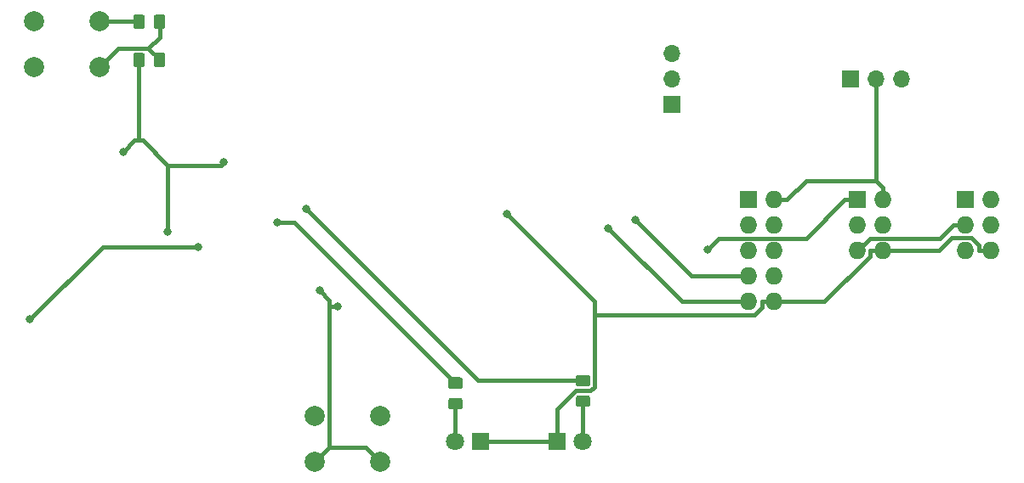
<source format=gbr>
%TF.GenerationSoftware,KiCad,Pcbnew,5.1.5-1.fc31*%
%TF.CreationDate,2020-04-02T16:35:23+02:00*%
%TF.ProjectId,avrisp-mkII-clone,61767269-7370-42d6-9d6b-49492d636c6f,1.0*%
%TF.SameCoordinates,PX54c81a0PY82ce540*%
%TF.FileFunction,Copper,L2,Bot*%
%TF.FilePolarity,Positive*%
%FSLAX46Y46*%
G04 Gerber Fmt 4.6, Leading zero omitted, Abs format (unit mm)*
G04 Created by KiCad (PCBNEW 5.1.5-1.fc31) date 2020-04-02 16:35:23*
%MOMM*%
%LPD*%
G04 APERTURE LIST*
%TA.AperFunction,SMDPad,CuDef*%
%ADD10C,0.150000*%
%TD*%
%TA.AperFunction,ComponentPad*%
%ADD11C,2.000000*%
%TD*%
%TA.AperFunction,ComponentPad*%
%ADD12O,1.727200X1.727200*%
%TD*%
%TA.AperFunction,ComponentPad*%
%ADD13R,1.727200X1.727200*%
%TD*%
%TA.AperFunction,ComponentPad*%
%ADD14R,1.800000X1.800000*%
%TD*%
%TA.AperFunction,ComponentPad*%
%ADD15C,1.800000*%
%TD*%
%TA.AperFunction,ComponentPad*%
%ADD16R,1.700000X1.700000*%
%TD*%
%TA.AperFunction,ComponentPad*%
%ADD17O,1.700000X1.700000*%
%TD*%
%TA.AperFunction,ViaPad*%
%ADD18C,0.800000*%
%TD*%
%TA.AperFunction,Conductor*%
%ADD19C,0.400000*%
%TD*%
G04 APERTURE END LIST*
%TA.AperFunction,SMDPad,CuDef*%
D10*
%TO.P,C1,2*%
%TO.N,Net-(C1-Pad2)*%
G36*
X21694505Y48958796D02*
G01*
X21718773Y48955196D01*
X21742572Y48949235D01*
X21765671Y48940970D01*
X21787850Y48930480D01*
X21808893Y48917868D01*
X21828599Y48903253D01*
X21846777Y48886777D01*
X21863253Y48868599D01*
X21877868Y48848893D01*
X21890480Y48827850D01*
X21900970Y48805671D01*
X21909235Y48782572D01*
X21915196Y48758773D01*
X21918796Y48734505D01*
X21920000Y48710001D01*
X21920000Y47809999D01*
X21918796Y47785495D01*
X21915196Y47761227D01*
X21909235Y47737428D01*
X21900970Y47714329D01*
X21890480Y47692150D01*
X21877868Y47671107D01*
X21863253Y47651401D01*
X21846777Y47633223D01*
X21828599Y47616747D01*
X21808893Y47602132D01*
X21787850Y47589520D01*
X21765671Y47579030D01*
X21742572Y47570765D01*
X21718773Y47564804D01*
X21694505Y47561204D01*
X21670001Y47560000D01*
X21019999Y47560000D01*
X20995495Y47561204D01*
X20971227Y47564804D01*
X20947428Y47570765D01*
X20924329Y47579030D01*
X20902150Y47589520D01*
X20881107Y47602132D01*
X20861401Y47616747D01*
X20843223Y47633223D01*
X20826747Y47651401D01*
X20812132Y47671107D01*
X20799520Y47692150D01*
X20789030Y47714329D01*
X20780765Y47737428D01*
X20774804Y47761227D01*
X20771204Y47785495D01*
X20770000Y47809999D01*
X20770000Y48710001D01*
X20771204Y48734505D01*
X20774804Y48758773D01*
X20780765Y48782572D01*
X20789030Y48805671D01*
X20799520Y48827850D01*
X20812132Y48848893D01*
X20826747Y48868599D01*
X20843223Y48886777D01*
X20861401Y48903253D01*
X20881107Y48917868D01*
X20902150Y48930480D01*
X20924329Y48940970D01*
X20947428Y48949235D01*
X20971227Y48955196D01*
X20995495Y48958796D01*
X21019999Y48960000D01*
X21670001Y48960000D01*
X21694505Y48958796D01*
G37*
%TD.AperFunction*%
%TA.AperFunction,SMDPad,CuDef*%
%TO.P,C1,1*%
%TO.N,GND*%
G36*
X19644505Y48958796D02*
G01*
X19668773Y48955196D01*
X19692572Y48949235D01*
X19715671Y48940970D01*
X19737850Y48930480D01*
X19758893Y48917868D01*
X19778599Y48903253D01*
X19796777Y48886777D01*
X19813253Y48868599D01*
X19827868Y48848893D01*
X19840480Y48827850D01*
X19850970Y48805671D01*
X19859235Y48782572D01*
X19865196Y48758773D01*
X19868796Y48734505D01*
X19870000Y48710001D01*
X19870000Y47809999D01*
X19868796Y47785495D01*
X19865196Y47761227D01*
X19859235Y47737428D01*
X19850970Y47714329D01*
X19840480Y47692150D01*
X19827868Y47671107D01*
X19813253Y47651401D01*
X19796777Y47633223D01*
X19778599Y47616747D01*
X19758893Y47602132D01*
X19737850Y47589520D01*
X19715671Y47579030D01*
X19692572Y47570765D01*
X19668773Y47564804D01*
X19644505Y47561204D01*
X19620001Y47560000D01*
X18969999Y47560000D01*
X18945495Y47561204D01*
X18921227Y47564804D01*
X18897428Y47570765D01*
X18874329Y47579030D01*
X18852150Y47589520D01*
X18831107Y47602132D01*
X18811401Y47616747D01*
X18793223Y47633223D01*
X18776747Y47651401D01*
X18762132Y47671107D01*
X18749520Y47692150D01*
X18739030Y47714329D01*
X18730765Y47737428D01*
X18724804Y47761227D01*
X18721204Y47785495D01*
X18720000Y47809999D01*
X18720000Y48710001D01*
X18721204Y48734505D01*
X18724804Y48758773D01*
X18730765Y48782572D01*
X18739030Y48805671D01*
X18749520Y48827850D01*
X18762132Y48848893D01*
X18776747Y48868599D01*
X18793223Y48886777D01*
X18811401Y48903253D01*
X18831107Y48917868D01*
X18852150Y48930480D01*
X18874329Y48940970D01*
X18897428Y48949235D01*
X18921227Y48955196D01*
X18945495Y48958796D01*
X18969999Y48960000D01*
X19620001Y48960000D01*
X19644505Y48958796D01*
G37*
%TD.AperFunction*%
%TD*%
%TA.AperFunction,SMDPad,CuDef*%
%TO.P,R1,1*%
%TO.N,+5V*%
G36*
X19644505Y45148796D02*
G01*
X19668773Y45145196D01*
X19692572Y45139235D01*
X19715671Y45130970D01*
X19737850Y45120480D01*
X19758893Y45107868D01*
X19778599Y45093253D01*
X19796777Y45076777D01*
X19813253Y45058599D01*
X19827868Y45038893D01*
X19840480Y45017850D01*
X19850970Y44995671D01*
X19859235Y44972572D01*
X19865196Y44948773D01*
X19868796Y44924505D01*
X19870000Y44900001D01*
X19870000Y43999999D01*
X19868796Y43975495D01*
X19865196Y43951227D01*
X19859235Y43927428D01*
X19850970Y43904329D01*
X19840480Y43882150D01*
X19827868Y43861107D01*
X19813253Y43841401D01*
X19796777Y43823223D01*
X19778599Y43806747D01*
X19758893Y43792132D01*
X19737850Y43779520D01*
X19715671Y43769030D01*
X19692572Y43760765D01*
X19668773Y43754804D01*
X19644505Y43751204D01*
X19620001Y43750000D01*
X18969999Y43750000D01*
X18945495Y43751204D01*
X18921227Y43754804D01*
X18897428Y43760765D01*
X18874329Y43769030D01*
X18852150Y43779520D01*
X18831107Y43792132D01*
X18811401Y43806747D01*
X18793223Y43823223D01*
X18776747Y43841401D01*
X18762132Y43861107D01*
X18749520Y43882150D01*
X18739030Y43904329D01*
X18730765Y43927428D01*
X18724804Y43951227D01*
X18721204Y43975495D01*
X18720000Y43999999D01*
X18720000Y44900001D01*
X18721204Y44924505D01*
X18724804Y44948773D01*
X18730765Y44972572D01*
X18739030Y44995671D01*
X18749520Y45017850D01*
X18762132Y45038893D01*
X18776747Y45058599D01*
X18793223Y45076777D01*
X18811401Y45093253D01*
X18831107Y45107868D01*
X18852150Y45120480D01*
X18874329Y45130970D01*
X18897428Y45139235D01*
X18921227Y45145196D01*
X18945495Y45148796D01*
X18969999Y45150000D01*
X19620001Y45150000D01*
X19644505Y45148796D01*
G37*
%TD.AperFunction*%
%TA.AperFunction,SMDPad,CuDef*%
%TO.P,R1,2*%
%TO.N,Net-(C1-Pad2)*%
G36*
X21694505Y45148796D02*
G01*
X21718773Y45145196D01*
X21742572Y45139235D01*
X21765671Y45130970D01*
X21787850Y45120480D01*
X21808893Y45107868D01*
X21828599Y45093253D01*
X21846777Y45076777D01*
X21863253Y45058599D01*
X21877868Y45038893D01*
X21890480Y45017850D01*
X21900970Y44995671D01*
X21909235Y44972572D01*
X21915196Y44948773D01*
X21918796Y44924505D01*
X21920000Y44900001D01*
X21920000Y43999999D01*
X21918796Y43975495D01*
X21915196Y43951227D01*
X21909235Y43927428D01*
X21900970Y43904329D01*
X21890480Y43882150D01*
X21877868Y43861107D01*
X21863253Y43841401D01*
X21846777Y43823223D01*
X21828599Y43806747D01*
X21808893Y43792132D01*
X21787850Y43779520D01*
X21765671Y43769030D01*
X21742572Y43760765D01*
X21718773Y43754804D01*
X21694505Y43751204D01*
X21670001Y43750000D01*
X21019999Y43750000D01*
X20995495Y43751204D01*
X20971227Y43754804D01*
X20947428Y43760765D01*
X20924329Y43769030D01*
X20902150Y43779520D01*
X20881107Y43792132D01*
X20861401Y43806747D01*
X20843223Y43823223D01*
X20826747Y43841401D01*
X20812132Y43861107D01*
X20799520Y43882150D01*
X20789030Y43904329D01*
X20780765Y43927428D01*
X20774804Y43951227D01*
X20771204Y43975495D01*
X20770000Y43999999D01*
X20770000Y44900001D01*
X20771204Y44924505D01*
X20774804Y44948773D01*
X20780765Y44972572D01*
X20789030Y44995671D01*
X20799520Y45017850D01*
X20812132Y45038893D01*
X20826747Y45058599D01*
X20843223Y45076777D01*
X20861401Y45093253D01*
X20881107Y45107868D01*
X20902150Y45120480D01*
X20924329Y45130970D01*
X20947428Y45139235D01*
X20971227Y45145196D01*
X20995495Y45148796D01*
X21019999Y45150000D01*
X21670001Y45150000D01*
X21694505Y45148796D01*
G37*
%TD.AperFunction*%
%TD*%
D11*
%TO.P,SW1,2*%
%TO.N,Net-(C1-Pad2)*%
X8890000Y43760000D03*
%TO.P,SW1,1*%
%TO.N,GND*%
X8890000Y48260000D03*
%TO.P,SW1,2*%
%TO.N,Net-(C1-Pad2)*%
X15390000Y43760000D03*
%TO.P,SW1,1*%
%TO.N,GND*%
X15390000Y48260000D03*
%TD*%
D12*
%TO.P,J3,6*%
%TO.N,GND*%
X104140000Y25400000D03*
%TO.P,J3,5*%
%TO.N,/RESET*%
X101600000Y25400000D03*
%TO.P,J3,4*%
%TO.N,Net-(J3-Pad4)*%
X104140000Y27940000D03*
%TO.P,J3,3*%
%TO.N,/CLK*%
X101600000Y27940000D03*
%TO.P,J3,2*%
%TO.N,VSS*%
X104140000Y30480000D03*
D13*
%TO.P,J3,1*%
%TO.N,/DATA*%
X101600000Y30480000D03*
%TD*%
D12*
%TO.P,J2,6*%
%TO.N,GND*%
X93345000Y25400000D03*
%TO.P,J2,5*%
%TO.N,/CLK*%
X90805000Y25400000D03*
%TO.P,J2,4*%
%TO.N,Net-(J2-Pad4)*%
X93345000Y27940000D03*
%TO.P,J2,3*%
%TO.N,Net-(J2-Pad3)*%
X90805000Y27940000D03*
%TO.P,J2,2*%
%TO.N,VSS*%
X93345000Y30480000D03*
D13*
%TO.P,J2,1*%
%TO.N,/DATA*%
X90805000Y30480000D03*
%TD*%
D14*
%TO.P,D2,1*%
%TO.N,GND*%
X60960000Y6350000D03*
D15*
%TO.P,D2,2*%
%TO.N,Net-(D2-Pad2)*%
X63500000Y6350000D03*
%TD*%
%TO.P,D3,2*%
%TO.N,Net-(D3-Pad2)*%
X50800000Y6350000D03*
D14*
%TO.P,D3,1*%
%TO.N,GND*%
X53340000Y6350000D03*
%TD*%
D16*
%TO.P,JP1,1*%
%TO.N,Net-(C8-Pad1)*%
X72390000Y40005000D03*
D17*
%TO.P,JP1,2*%
%TO.N,Net-(C10-Pad2)*%
X72390000Y42545000D03*
%TO.P,JP1,3*%
%TO.N,Net-(C9-Pad1)*%
X72390000Y45085000D03*
%TD*%
%TO.P,JP2,3*%
%TO.N,Net-(JP2-Pad3)*%
X95250000Y42545000D03*
%TO.P,JP2,2*%
%TO.N,VSS*%
X92710000Y42545000D03*
D16*
%TO.P,JP2,1*%
%TO.N,Net-(C10-Pad2)*%
X90170000Y42545000D03*
%TD*%
%TA.AperFunction,SMDPad,CuDef*%
D10*
%TO.P,R3,2*%
%TO.N,Net-(D2-Pad2)*%
G36*
X63974505Y10978796D02*
G01*
X63998773Y10975196D01*
X64022572Y10969235D01*
X64045671Y10960970D01*
X64067850Y10950480D01*
X64088893Y10937868D01*
X64108599Y10923253D01*
X64126777Y10906777D01*
X64143253Y10888599D01*
X64157868Y10868893D01*
X64170480Y10847850D01*
X64180970Y10825671D01*
X64189235Y10802572D01*
X64195196Y10778773D01*
X64198796Y10754505D01*
X64200000Y10730001D01*
X64200000Y10079999D01*
X64198796Y10055495D01*
X64195196Y10031227D01*
X64189235Y10007428D01*
X64180970Y9984329D01*
X64170480Y9962150D01*
X64157868Y9941107D01*
X64143253Y9921401D01*
X64126777Y9903223D01*
X64108599Y9886747D01*
X64088893Y9872132D01*
X64067850Y9859520D01*
X64045671Y9849030D01*
X64022572Y9840765D01*
X63998773Y9834804D01*
X63974505Y9831204D01*
X63950001Y9830000D01*
X63049999Y9830000D01*
X63025495Y9831204D01*
X63001227Y9834804D01*
X62977428Y9840765D01*
X62954329Y9849030D01*
X62932150Y9859520D01*
X62911107Y9872132D01*
X62891401Y9886747D01*
X62873223Y9903223D01*
X62856747Y9921401D01*
X62842132Y9941107D01*
X62829520Y9962150D01*
X62819030Y9984329D01*
X62810765Y10007428D01*
X62804804Y10031227D01*
X62801204Y10055495D01*
X62800000Y10079999D01*
X62800000Y10730001D01*
X62801204Y10754505D01*
X62804804Y10778773D01*
X62810765Y10802572D01*
X62819030Y10825671D01*
X62829520Y10847850D01*
X62842132Y10868893D01*
X62856747Y10888599D01*
X62873223Y10906777D01*
X62891401Y10923253D01*
X62911107Y10937868D01*
X62932150Y10950480D01*
X62954329Y10960970D01*
X62977428Y10969235D01*
X63001227Y10975196D01*
X63025495Y10978796D01*
X63049999Y10980000D01*
X63950001Y10980000D01*
X63974505Y10978796D01*
G37*
%TD.AperFunction*%
%TA.AperFunction,SMDPad,CuDef*%
%TO.P,R3,1*%
%TO.N,Net-(R3-Pad1)*%
G36*
X63974505Y13028796D02*
G01*
X63998773Y13025196D01*
X64022572Y13019235D01*
X64045671Y13010970D01*
X64067850Y13000480D01*
X64088893Y12987868D01*
X64108599Y12973253D01*
X64126777Y12956777D01*
X64143253Y12938599D01*
X64157868Y12918893D01*
X64170480Y12897850D01*
X64180970Y12875671D01*
X64189235Y12852572D01*
X64195196Y12828773D01*
X64198796Y12804505D01*
X64200000Y12780001D01*
X64200000Y12129999D01*
X64198796Y12105495D01*
X64195196Y12081227D01*
X64189235Y12057428D01*
X64180970Y12034329D01*
X64170480Y12012150D01*
X64157868Y11991107D01*
X64143253Y11971401D01*
X64126777Y11953223D01*
X64108599Y11936747D01*
X64088893Y11922132D01*
X64067850Y11909520D01*
X64045671Y11899030D01*
X64022572Y11890765D01*
X63998773Y11884804D01*
X63974505Y11881204D01*
X63950001Y11880000D01*
X63049999Y11880000D01*
X63025495Y11881204D01*
X63001227Y11884804D01*
X62977428Y11890765D01*
X62954329Y11899030D01*
X62932150Y11909520D01*
X62911107Y11922132D01*
X62891401Y11936747D01*
X62873223Y11953223D01*
X62856747Y11971401D01*
X62842132Y11991107D01*
X62829520Y12012150D01*
X62819030Y12034329D01*
X62810765Y12057428D01*
X62804804Y12081227D01*
X62801204Y12105495D01*
X62800000Y12129999D01*
X62800000Y12780001D01*
X62801204Y12804505D01*
X62804804Y12828773D01*
X62810765Y12852572D01*
X62819030Y12875671D01*
X62829520Y12897850D01*
X62842132Y12918893D01*
X62856747Y12938599D01*
X62873223Y12956777D01*
X62891401Y12973253D01*
X62911107Y12987868D01*
X62932150Y13000480D01*
X62954329Y13010970D01*
X62977428Y13019235D01*
X63001227Y13025196D01*
X63025495Y13028796D01*
X63049999Y13030000D01*
X63950001Y13030000D01*
X63974505Y13028796D01*
G37*
%TD.AperFunction*%
%TD*%
%TA.AperFunction,SMDPad,CuDef*%
%TO.P,R4,1*%
%TO.N,Net-(R4-Pad1)*%
G36*
X51274505Y12783796D02*
G01*
X51298773Y12780196D01*
X51322572Y12774235D01*
X51345671Y12765970D01*
X51367850Y12755480D01*
X51388893Y12742868D01*
X51408599Y12728253D01*
X51426777Y12711777D01*
X51443253Y12693599D01*
X51457868Y12673893D01*
X51470480Y12652850D01*
X51480970Y12630671D01*
X51489235Y12607572D01*
X51495196Y12583773D01*
X51498796Y12559505D01*
X51500000Y12535001D01*
X51500000Y11884999D01*
X51498796Y11860495D01*
X51495196Y11836227D01*
X51489235Y11812428D01*
X51480970Y11789329D01*
X51470480Y11767150D01*
X51457868Y11746107D01*
X51443253Y11726401D01*
X51426777Y11708223D01*
X51408599Y11691747D01*
X51388893Y11677132D01*
X51367850Y11664520D01*
X51345671Y11654030D01*
X51322572Y11645765D01*
X51298773Y11639804D01*
X51274505Y11636204D01*
X51250001Y11635000D01*
X50349999Y11635000D01*
X50325495Y11636204D01*
X50301227Y11639804D01*
X50277428Y11645765D01*
X50254329Y11654030D01*
X50232150Y11664520D01*
X50211107Y11677132D01*
X50191401Y11691747D01*
X50173223Y11708223D01*
X50156747Y11726401D01*
X50142132Y11746107D01*
X50129520Y11767150D01*
X50119030Y11789329D01*
X50110765Y11812428D01*
X50104804Y11836227D01*
X50101204Y11860495D01*
X50100000Y11884999D01*
X50100000Y12535001D01*
X50101204Y12559505D01*
X50104804Y12583773D01*
X50110765Y12607572D01*
X50119030Y12630671D01*
X50129520Y12652850D01*
X50142132Y12673893D01*
X50156747Y12693599D01*
X50173223Y12711777D01*
X50191401Y12728253D01*
X50211107Y12742868D01*
X50232150Y12755480D01*
X50254329Y12765970D01*
X50277428Y12774235D01*
X50301227Y12780196D01*
X50325495Y12783796D01*
X50349999Y12785000D01*
X51250001Y12785000D01*
X51274505Y12783796D01*
G37*
%TD.AperFunction*%
%TA.AperFunction,SMDPad,CuDef*%
%TO.P,R4,2*%
%TO.N,Net-(D3-Pad2)*%
G36*
X51274505Y10733796D02*
G01*
X51298773Y10730196D01*
X51322572Y10724235D01*
X51345671Y10715970D01*
X51367850Y10705480D01*
X51388893Y10692868D01*
X51408599Y10678253D01*
X51426777Y10661777D01*
X51443253Y10643599D01*
X51457868Y10623893D01*
X51470480Y10602850D01*
X51480970Y10580671D01*
X51489235Y10557572D01*
X51495196Y10533773D01*
X51498796Y10509505D01*
X51500000Y10485001D01*
X51500000Y9834999D01*
X51498796Y9810495D01*
X51495196Y9786227D01*
X51489235Y9762428D01*
X51480970Y9739329D01*
X51470480Y9717150D01*
X51457868Y9696107D01*
X51443253Y9676401D01*
X51426777Y9658223D01*
X51408599Y9641747D01*
X51388893Y9627132D01*
X51367850Y9614520D01*
X51345671Y9604030D01*
X51322572Y9595765D01*
X51298773Y9589804D01*
X51274505Y9586204D01*
X51250001Y9585000D01*
X50349999Y9585000D01*
X50325495Y9586204D01*
X50301227Y9589804D01*
X50277428Y9595765D01*
X50254329Y9604030D01*
X50232150Y9614520D01*
X50211107Y9627132D01*
X50191401Y9641747D01*
X50173223Y9658223D01*
X50156747Y9676401D01*
X50142132Y9696107D01*
X50129520Y9717150D01*
X50119030Y9739329D01*
X50110765Y9762428D01*
X50104804Y9786227D01*
X50101204Y9810495D01*
X50100000Y9834999D01*
X50100000Y10485001D01*
X50101204Y10509505D01*
X50104804Y10533773D01*
X50110765Y10557572D01*
X50119030Y10580671D01*
X50129520Y10602850D01*
X50142132Y10623893D01*
X50156747Y10643599D01*
X50173223Y10661777D01*
X50191401Y10678253D01*
X50211107Y10692868D01*
X50232150Y10705480D01*
X50254329Y10715970D01*
X50277428Y10724235D01*
X50301227Y10730196D01*
X50325495Y10733796D01*
X50349999Y10735000D01*
X51250001Y10735000D01*
X51274505Y10733796D01*
G37*
%TD.AperFunction*%
%TD*%
D11*
%TO.P,SW2,1*%
%TO.N,GND*%
X43330000Y8890000D03*
%TO.P,SW2,2*%
%TO.N,Net-(R2-Pad2)*%
X43330000Y4390000D03*
%TO.P,SW2,1*%
%TO.N,GND*%
X36830000Y8890000D03*
%TO.P,SW2,2*%
%TO.N,Net-(R2-Pad2)*%
X36830000Y4390000D03*
%TD*%
D13*
%TO.P,U4,1*%
%TO.N,/MISO*%
X80010000Y30480000D03*
D12*
%TO.P,U4,2*%
%TO.N,VSS*%
X82550000Y30480000D03*
%TO.P,U4,3*%
%TO.N,Net-(U4-Pad3)*%
X80010000Y27940000D03*
%TO.P,U4,4*%
%TO.N,Net-(U4-Pad4)*%
X82550000Y27940000D03*
%TO.P,U4,5*%
%TO.N,/RESET*%
X80010000Y25400000D03*
%TO.P,U4,6*%
%TO.N,Net-(U4-Pad6)*%
X82550000Y25400000D03*
%TO.P,U4,7*%
%TO.N,/SCK*%
X80010000Y22860000D03*
%TO.P,U4,8*%
%TO.N,Net-(U4-Pad8)*%
X82550000Y22860000D03*
%TO.P,U4,9*%
%TO.N,/MOSI*%
X80010000Y20320000D03*
%TO.P,U4,10*%
%TO.N,GND*%
X82550000Y20320000D03*
%TD*%
D18*
%TO.N,GND*%
X55889700Y29082400D03*
%TO.N,+5V*%
X17711700Y35288800D03*
X27728600Y34206500D03*
X22132800Y27295700D03*
%TO.N,Net-(J1-Pad2)*%
X8439500Y18580700D03*
X25188500Y25819500D03*
%TO.N,/DATA*%
X75881400Y25535600D03*
%TO.N,Net-(R2-Pad2)*%
X39072600Y19857900D03*
X37296100Y21440500D03*
%TO.N,Net-(R3-Pad1)*%
X35973800Y29551000D03*
%TO.N,Net-(R4-Pad1)*%
X33078300Y28229600D03*
%TO.N,/MOSI*%
X65975200Y27667200D03*
%TO.N,/SCK*%
X68672700Y28467500D03*
%TD*%
D19*
%TO.N,Net-(C1-Pad2)*%
X20217300Y45577700D02*
X21345000Y46705400D01*
X21345000Y46705400D02*
X21345000Y48260000D01*
X20217300Y45577700D02*
X21345000Y44450000D01*
X15390000Y43760000D02*
X17207700Y45577700D01*
X17207700Y45577700D02*
X20217300Y45577700D01*
%TO.N,GND*%
X60960000Y6350000D02*
X54640300Y6350000D01*
X53340000Y6350000D02*
X54640300Y6350000D01*
X64650500Y19042200D02*
X64650500Y11837800D01*
X64650500Y11837800D02*
X64242700Y11430000D01*
X64242700Y11430000D02*
X62822600Y11430000D01*
X62822600Y11430000D02*
X60960000Y9567400D01*
X60960000Y9567400D02*
X60960000Y6350000D01*
X64650500Y19042200D02*
X64650500Y20321600D01*
X64650500Y20321600D02*
X55889700Y29082400D01*
X81286100Y20320000D02*
X81286100Y19767000D01*
X81286100Y19767000D02*
X80561300Y19042200D01*
X80561300Y19042200D02*
X64650500Y19042200D01*
X82550000Y20320000D02*
X81286100Y20320000D01*
X92081100Y25400000D02*
X92081100Y24876300D01*
X92081100Y24876300D02*
X87524800Y20320000D01*
X87524800Y20320000D02*
X82550000Y20320000D01*
X19295000Y48260000D02*
X15390000Y48260000D01*
X93345000Y25400000D02*
X92081100Y25400000D01*
X104140000Y25400000D02*
X102876100Y25400000D01*
X93345000Y25400000D02*
X98928500Y25400000D01*
X98928500Y25400000D02*
X100198500Y26670000D01*
X100198500Y26670000D02*
X102129800Y26670000D01*
X102129800Y26670000D02*
X102876100Y25923700D01*
X102876100Y25923700D02*
X102876100Y25400000D01*
%TO.N,+5V*%
X19295000Y36415000D02*
X18837900Y36415000D01*
X18837900Y36415000D02*
X17711700Y35288800D01*
X22132800Y33935800D02*
X19653600Y36415000D01*
X19653600Y36415000D02*
X19295000Y36415000D01*
X19295000Y36415000D02*
X19295000Y44450000D01*
X22132800Y33935800D02*
X27457900Y33935800D01*
X27457900Y33935800D02*
X27728600Y34206500D01*
X22132800Y27295700D02*
X22132800Y33935800D01*
%TO.N,Net-(D2-Pad2)*%
X63500000Y6350000D02*
X63500000Y10405000D01*
%TO.N,Net-(D3-Pad2)*%
X50800000Y6350000D02*
X50800000Y10160000D01*
%TO.N,Net-(J1-Pad2)*%
X25188500Y25819500D02*
X25188500Y25819400D01*
X25188500Y25819400D02*
X15678200Y25819400D01*
X15678200Y25819400D02*
X8439500Y18580700D01*
%TO.N,/CLK*%
X101600000Y27940000D02*
X100336100Y27940000D01*
X90805000Y25400000D02*
X92069000Y26664000D01*
X92069000Y26664000D02*
X99060100Y26664000D01*
X99060100Y26664000D02*
X100336100Y27940000D01*
%TO.N,VSS*%
X82550000Y30480000D02*
X83813900Y30480000D01*
X92710000Y32378900D02*
X93345000Y31743900D01*
X92710000Y42545000D02*
X92710000Y32378900D01*
X83813900Y30480000D02*
X85712800Y32378900D01*
X85712800Y32378900D02*
X92710000Y32378900D01*
X93345000Y30480000D02*
X93345000Y31743900D01*
%TO.N,/DATA*%
X90805000Y30480000D02*
X89541100Y30480000D01*
X89541100Y30480000D02*
X85725100Y26664000D01*
X85725100Y26664000D02*
X77009800Y26664000D01*
X77009800Y26664000D02*
X75881400Y25535600D01*
%TO.N,Net-(R2-Pad2)*%
X38267800Y5827800D02*
X36830000Y4390000D01*
X38267800Y19857900D02*
X38267800Y5827800D01*
X38267800Y5827800D02*
X41892200Y5827800D01*
X41892200Y5827800D02*
X43330000Y4390000D01*
X38267800Y19857900D02*
X38267800Y20468800D01*
X38267800Y20468800D02*
X37296100Y21440500D01*
X39072600Y19857900D02*
X38267800Y19857900D01*
%TO.N,Net-(R3-Pad1)*%
X63500000Y12455000D02*
X53069800Y12455000D01*
X53069800Y12455000D02*
X35973800Y29551000D01*
%TO.N,Net-(R4-Pad1)*%
X50800000Y12210000D02*
X34780400Y28229600D01*
X34780400Y28229600D02*
X33078300Y28229600D01*
%TO.N,/MOSI*%
X80010000Y20320000D02*
X73322400Y20320000D01*
X73322400Y20320000D02*
X65975200Y27667200D01*
%TO.N,/SCK*%
X80010000Y22860000D02*
X74280200Y22860000D01*
X74280200Y22860000D02*
X68672700Y28467500D01*
%TD*%
M02*

</source>
